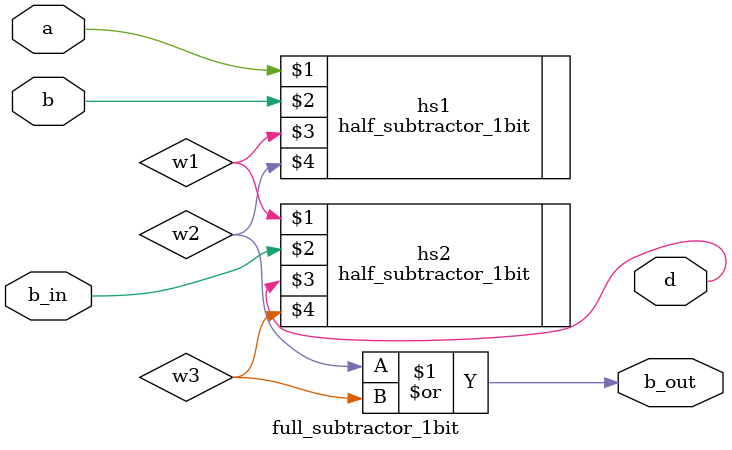
<source format=v>
`timescale 1ns / 1ps


module full_subtractor_1bit( //¸ðµâ ¼±¾ð
    a, b, b_in,
    d, b_out
    );
    
input a, b, b_in;
output d, b_out;
wire w1, w2, w3; 
//Ã¹¹øÂ° half_subtractorÀÇ xor ¿¬»ê °ªÀ» ´ã´Â w1
//Ã¹¹øÂ° half_subtractorÀÇ and ¿¬»ê °ªÀ» ´ã´Â w2
//µÎ¹øÂ° half_subtractorÀÇ and ¿¬»ê °ªÀ» ´ã´Â w3

//2°³ÀÇ half_subtractor¸¦ ¿¬°á
half_subtractor_1bit hs1(a,b,w1,w2);
half_subtractor_1bit hs2(w1,b_in,d,w3);
or (b_out, w2, w3); //w2¿Í w3ÀÇ or¿¬»ê°ªÀ» b_out¿¡ ÀúÀå

endmodule

</source>
